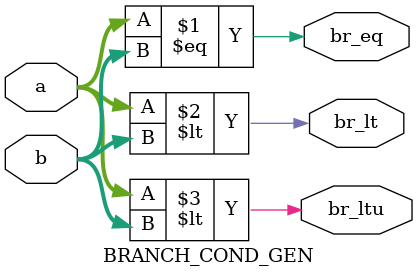
<source format=v>
`timescale 1ns / 1ps


module BRANCH_COND_GEN(
    input [31:0] a,
    input [31:0] b,
    output br_eq,
    output br_lt,
    output br_ltu
    );
    
    assign br_eq = (a==b);
    assign br_lt = $signed(a) < $signed(b);
    assign br_ltu = a < b;
    
endmodule

</source>
